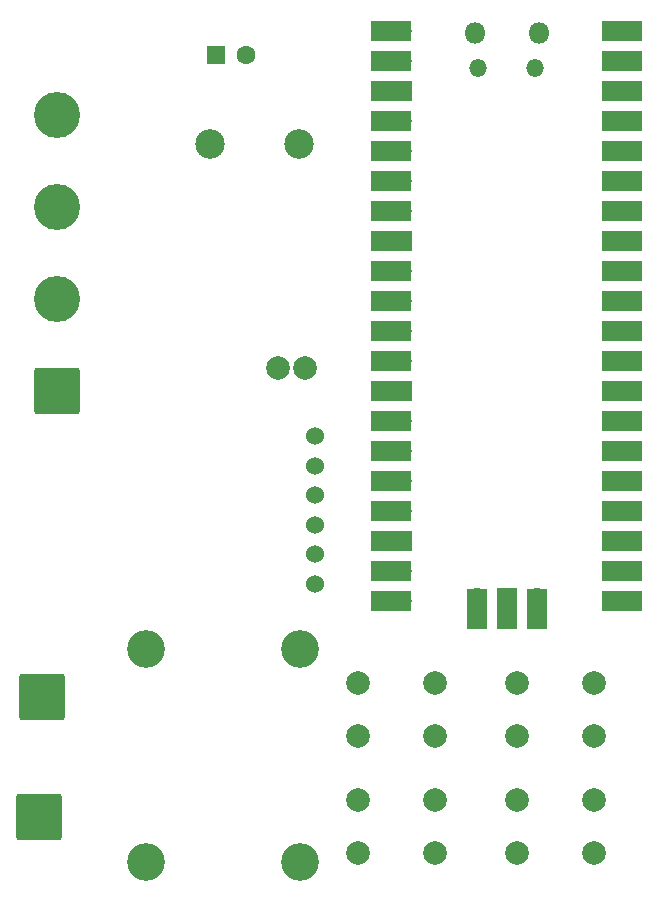
<source format=gbr>
%TF.GenerationSoftware,KiCad,Pcbnew,8.0.1*%
%TF.CreationDate,2024-06-08T21:28:12+01:00*%
%TF.ProjectId,Pico_WOL,5069636f-5f57-44f4-9c2e-6b696361645f,rev?*%
%TF.SameCoordinates,Original*%
%TF.FileFunction,Soldermask,Top*%
%TF.FilePolarity,Negative*%
%FSLAX46Y46*%
G04 Gerber Fmt 4.6, Leading zero omitted, Abs format (unit mm)*
G04 Created by KiCad (PCBNEW 8.0.1) date 2024-06-08 21:28:12*
%MOMM*%
%LPD*%
G01*
G04 APERTURE LIST*
G04 Aperture macros list*
%AMRoundRect*
0 Rectangle with rounded corners*
0 $1 Rounding radius*
0 $2 $3 $4 $5 $6 $7 $8 $9 X,Y pos of 4 corners*
0 Add a 4 corners polygon primitive as box body*
4,1,4,$2,$3,$4,$5,$6,$7,$8,$9,$2,$3,0*
0 Add four circle primitives for the rounded corners*
1,1,$1+$1,$2,$3*
1,1,$1+$1,$4,$5*
1,1,$1+$1,$6,$7*
1,1,$1+$1,$8,$9*
0 Add four rect primitives between the rounded corners*
20,1,$1+$1,$2,$3,$4,$5,0*
20,1,$1+$1,$4,$5,$6,$7,0*
20,1,$1+$1,$6,$7,$8,$9,0*
20,1,$1+$1,$8,$9,$2,$3,0*%
G04 Aperture macros list end*
%ADD10C,2.000000*%
%ADD11C,2.500000*%
%ADD12C,3.200000*%
%ADD13RoundRect,0.250002X-1.699998X1.699998X-1.699998X-1.699998X1.699998X-1.699998X1.699998X1.699998X0*%
%ADD14O,1.800000X1.800000*%
%ADD15O,1.500000X1.500000*%
%ADD16O,1.700000X1.700000*%
%ADD17R,3.500000X1.700000*%
%ADD18R,1.700000X1.700000*%
%ADD19R,1.700000X3.500000*%
%ADD20C,1.524000*%
%ADD21RoundRect,0.250002X1.699998X-1.699998X1.699998X1.699998X-1.699998X1.699998X-1.699998X-1.699998X0*%
%ADD22C,3.900000*%
%ADD23R,1.600000X1.600000*%
%ADD24C,1.600000*%
G04 APERTURE END LIST*
D10*
%TO.C,U5*%
X74390000Y-115414000D03*
X76640000Y-115414000D03*
D11*
X68640000Y-96414000D03*
X76140000Y-96414000D03*
%TD*%
D10*
%TO.C,SW3*%
X94592000Y-142058000D03*
X101092000Y-142058000D03*
X94592000Y-146558000D03*
X101092000Y-146558000D03*
%TD*%
D12*
%TO.C,U4*%
X63200000Y-157192000D03*
X76200000Y-157192000D03*
X63200000Y-139192000D03*
X76200000Y-139192000D03*
%TD*%
D10*
%TO.C,SW4*%
X94592000Y-151964000D03*
X101092000Y-151964000D03*
X94592000Y-156464000D03*
X101092000Y-156464000D03*
%TD*%
D13*
%TO.C,J2*%
X54102000Y-153416000D03*
%TD*%
D14*
%TO.C,U1*%
X91001000Y-86998000D03*
D15*
X91301000Y-90028000D03*
X96151000Y-90028000D03*
D14*
X96451000Y-86998000D03*
D16*
X84836000Y-86868000D03*
D17*
X83936000Y-86868000D03*
D16*
X84836000Y-89408000D03*
D17*
X83936000Y-89408000D03*
D18*
X84836000Y-91948000D03*
D17*
X83936000Y-91948000D03*
D16*
X84836000Y-94488000D03*
D17*
X83936000Y-94488000D03*
D16*
X84836000Y-97028000D03*
D17*
X83936000Y-97028000D03*
D16*
X84836000Y-99568000D03*
D17*
X83936000Y-99568000D03*
D16*
X84836000Y-102108000D03*
D17*
X83936000Y-102108000D03*
D18*
X84836000Y-104648000D03*
D17*
X83936000Y-104648000D03*
D16*
X84836000Y-107188000D03*
D17*
X83936000Y-107188000D03*
D16*
X84836000Y-109728000D03*
D17*
X83936000Y-109728000D03*
D16*
X84836000Y-112268000D03*
D17*
X83936000Y-112268000D03*
D16*
X84836000Y-114808000D03*
D17*
X83936000Y-114808000D03*
D18*
X84836000Y-117348000D03*
D17*
X83936000Y-117348000D03*
D16*
X84836000Y-119888000D03*
D17*
X83936000Y-119888000D03*
D16*
X84836000Y-122428000D03*
D17*
X83936000Y-122428000D03*
D16*
X84836000Y-124968000D03*
D17*
X83936000Y-124968000D03*
D16*
X84836000Y-127508000D03*
D17*
X83936000Y-127508000D03*
D18*
X84836000Y-130048000D03*
D17*
X83936000Y-130048000D03*
D16*
X84836000Y-132588000D03*
D17*
X83936000Y-132588000D03*
D16*
X84836000Y-135128000D03*
D17*
X83936000Y-135128000D03*
D16*
X102616000Y-135128000D03*
D17*
X103516000Y-135128000D03*
D16*
X102616000Y-132588000D03*
D17*
X103516000Y-132588000D03*
D18*
X102616000Y-130048000D03*
D17*
X103516000Y-130048000D03*
D16*
X102616000Y-127508000D03*
D17*
X103516000Y-127508000D03*
D16*
X102616000Y-124968000D03*
D17*
X103516000Y-124968000D03*
D16*
X102616000Y-122428000D03*
D17*
X103516000Y-122428000D03*
D16*
X102616000Y-119888000D03*
D17*
X103516000Y-119888000D03*
D18*
X102616000Y-117348000D03*
D17*
X103516000Y-117348000D03*
D16*
X102616000Y-114808000D03*
D17*
X103516000Y-114808000D03*
D16*
X102616000Y-112268000D03*
D17*
X103516000Y-112268000D03*
D16*
X102616000Y-109728000D03*
D17*
X103516000Y-109728000D03*
D16*
X102616000Y-107188000D03*
D17*
X103516000Y-107188000D03*
D18*
X102616000Y-104648000D03*
D17*
X103516000Y-104648000D03*
D16*
X102616000Y-102108000D03*
D17*
X103516000Y-102108000D03*
D16*
X102616000Y-99568000D03*
D17*
X103516000Y-99568000D03*
D16*
X102616000Y-97028000D03*
D17*
X103516000Y-97028000D03*
D16*
X102616000Y-94488000D03*
D17*
X103516000Y-94488000D03*
D18*
X102616000Y-91948000D03*
D17*
X103516000Y-91948000D03*
D16*
X102616000Y-89408000D03*
D17*
X103516000Y-89408000D03*
D16*
X102616000Y-86868000D03*
D17*
X103516000Y-86868000D03*
D16*
X91186000Y-134898000D03*
D19*
X91186000Y-135798000D03*
D18*
X93726000Y-134898000D03*
D19*
X93726000Y-135798000D03*
D16*
X96266000Y-134898000D03*
D19*
X96266000Y-135798000D03*
%TD*%
D20*
%TO.C,U2*%
X77470000Y-121158000D03*
X77470000Y-123658000D03*
X77470000Y-126158000D03*
X77470000Y-128658000D03*
X77470000Y-131158000D03*
X77470000Y-133658000D03*
%TD*%
D10*
%TO.C,SW1*%
X81130000Y-142058000D03*
X87630000Y-142058000D03*
X81130000Y-146558000D03*
X87630000Y-146558000D03*
%TD*%
D21*
%TO.C,J1*%
X54356000Y-143256000D03*
%TD*%
D10*
%TO.C,SW2*%
X81130000Y-151964000D03*
X87630000Y-151964000D03*
X81130000Y-156464000D03*
X87630000Y-156464000D03*
%TD*%
D21*
%TO.C,J3*%
X55626000Y-117348000D03*
D22*
X55626000Y-109548000D03*
X55626000Y-101748000D03*
X55626000Y-93948000D03*
%TD*%
D23*
%TO.C,C1*%
X69128000Y-88900000D03*
D24*
X71628000Y-88900000D03*
%TD*%
M02*

</source>
